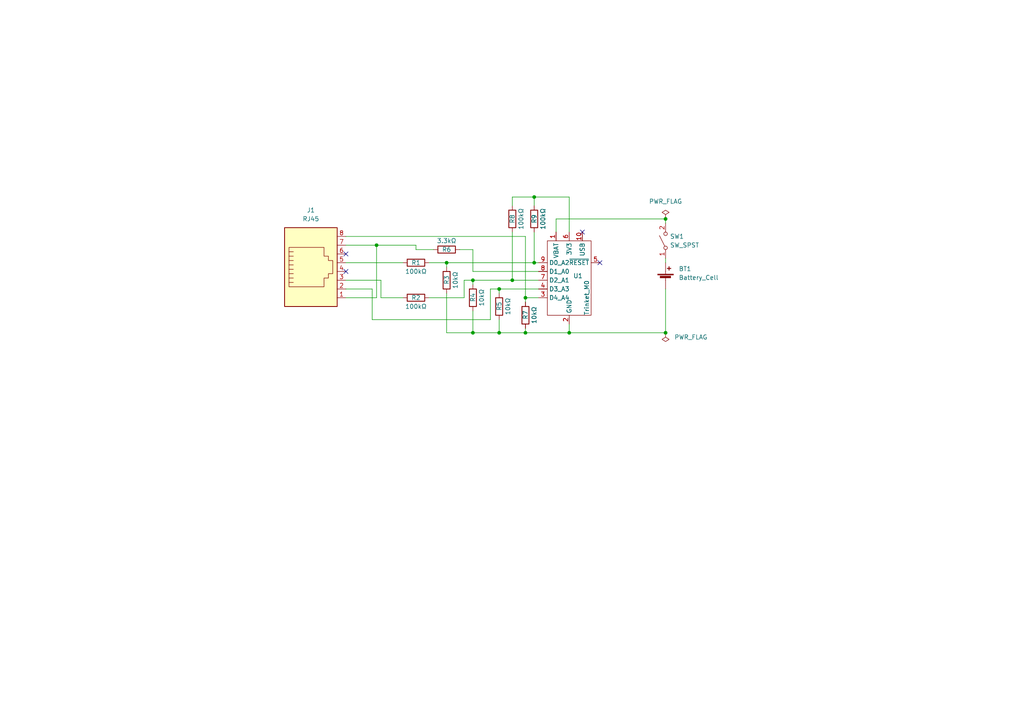
<source format=kicad_sch>
(kicad_sch (version 20211123) (generator eeschema)
  (paper "A4")
  (lib_symbols
    (symbol "Adafruit:Trinket_M0"
      (property "Reference" "U" (at 2.54 2.54 0))
      (property "Value" "Trinket_M0" (at 5.08 -5.08 90))
      (symbol "Trinket_M0_0_1"
        (rectangle (start -6.35 11.43) (end 6.35 -10.16))
      )
      (symbol "Trinket_M0_1_1"
        (pin power_in line (at -3.81 13.97 270) (length 2.54) (name "VBAT") (number "1"))
        (pin power_in line (at 3.81 13.97 270) (length 2.54) (name "USB") (number "10"))
        (pin power_in line (at 0 -12.7 90) (length 2.54) (name "GND") (number "2"))
        (pin bidirectional line (at -8.89 -5.08 0) (length 2.54) (name "D4_A4") (number "3"))
        (pin bidirectional line (at -8.89 -2.54 0) (length 2.54) (name "D3_A3") (number "4"))
        (pin input line (at 8.89 5.08 180) (length 2.54) (name "~{RESET}") (number "5"))
        (pin power_out line (at 0 13.97 270) (length 2.54) (name "3V3") (number "6"))
        (pin bidirectional line (at -8.89 0 0) (length 2.54) (name "D2_A1") (number "7"))
        (pin bidirectional line (at -8.89 2.54 0) (length 2.54) (name "D1_A0") (number "8"))
        (pin bidirectional line (at -8.89 5.08 0) (length 2.54) (name "D0_A2") (number "9"))
      )
    )
    (symbol "Connector:RJ45" (pin_names (offset 1.016))
      (property "Reference" "J" (at -5.08 13.97 0))
      (property "Value" "RJ45" (at 2.54 13.97 0))
      (symbol "RJ45_0_1"
        (polyline (pts (xy -5.08 4.445) (xy -6.35 4.445)))
        (polyline (pts (xy -5.08 5.715) (xy -6.35 5.715)))
        (polyline (pts (xy -6.35 -3.175) (xy -5.08 -3.175) (xy -5.08 -3.175)))
        (polyline (pts (xy -6.35 -1.905) (xy -5.08 -1.905) (xy -5.08 -1.905)))
        (polyline (pts (xy -6.35 -0.635) (xy -5.08 -0.635) (xy -5.08 -0.635)))
        (polyline (pts (xy -6.35 0.635) (xy -5.08 0.635) (xy -5.08 0.635)))
        (polyline (pts (xy -6.35 1.905) (xy -5.08 1.905) (xy -5.08 1.905)))
        (polyline (pts (xy -5.08 3.175) (xy -6.35 3.175) (xy -6.35 3.175)))
        (polyline (pts (xy -6.35 -4.445) (xy -6.35 6.985) (xy 3.81 6.985) (xy 3.81 4.445) (xy 5.08 4.445) (xy 5.08 3.175) (xy 6.35 3.175) (xy 6.35 -0.635) (xy 5.08 -0.635) (xy 5.08 -1.905) (xy 3.81 -1.905) (xy 3.81 -4.445) (xy -6.35 -4.445) (xy -6.35 -4.445)))
        (rectangle (start 7.62 12.7) (end -7.62 -10.16) (stroke (width 0.254)) (fill (type background)))
      )
      (symbol "RJ45_1_1"
        (pin passive line (at 10.16 -7.62 180) (length 2.54) (name "~") (number "1"))
        (pin passive line (at 10.16 -5.08 180) (length 2.54) (name "~") (number "2"))
        (pin passive line (at 10.16 -2.54 180) (length 2.54) (name "~") (number "3"))
        (pin passive line (at 10.16 0 180) (length 2.54) (name "~") (number "4"))
        (pin passive line (at 10.16 2.54 180) (length 2.54) (name "~") (number "5"))
        (pin passive line (at 10.16 5.08 180) (length 2.54) (name "~") (number "6"))
        (pin passive line (at 10.16 7.62 180) (length 2.54) (name "~") (number "7"))
        (pin passive line (at 10.16 10.16 180) (length 2.54) (name "~") (number "8"))
      )
    )
    (symbol "Device:Battery_Cell" (pin_numbers hide) (pin_names (offset 0) hide)
      (property "Reference" "BT" (at 2.54 2.54 0))
      (property "Value" "Battery_Cell" (at 2.54 0 0))
      (symbol "Battery_Cell_0_1"
        (rectangle (start -2.286 1.778) (end 2.286 1.524) (fill (type outline)))
        (rectangle (start -1.5748 1.1938) (end 1.4732 0.6858) (fill (type outline)))
        (polyline (pts (xy 0 0.762) (xy 0 0)))
        (polyline (pts (xy 0 1.778) (xy 0 2.54)))
        (polyline (pts (xy 0.508 3.429) (xy 1.524 3.429)) (stroke (width 0.254)))
        (polyline (pts (xy 1.016 3.937) (xy 1.016 2.921)) (stroke (width 0.254)))
      )
      (symbol "Battery_Cell_1_1"
        (pin passive line (at 0 5.08 270) (length 2.54) (name "+") (number "1"))
        (pin passive line (at 0 -2.54 90) (length 2.54) (name "-") (number "2"))
      )
    )
    (symbol "Device:R" (pin_numbers hide) (pin_names (offset 0))
      (property "Reference" "R" (at 2.032 0 90))
      (property "Value" "R" (at 0 0 90))
      (symbol "R_0_1"
        (rectangle (start -1.016 -2.54) (end 1.016 2.54) (stroke (width 0.254)))
      )
      (symbol "R_1_1"
        (pin passive line (at 0 3.81 270) (length 1.27) (name "~") (number "1"))
        (pin passive line (at 0 -3.81 90) (length 1.27) (name "~") (number "2"))
      )
    )
    (symbol "Switch:SW_SPST" (pin_names (offset 0) hide)
      (property "Reference" "SW" (at 0 3.175 0))
      (property "Value" "SW_SPST" (at 0 -2.54 0))
      (symbol "SW_SPST_0_0"
        (circle (center -2.032 0) (radius 0.508))
        (polyline (pts (xy -1.524 0.254) (xy 1.524 1.778)))
        (circle (center 2.032 0) (radius 0.508))
      )
      (symbol "SW_SPST_1_1"
        (pin passive line (at -5.08 0 0) (length 2.54) (name "A") (number "1"))
        (pin passive line (at 5.08 0 180) (length 2.54) (name "B") (number "2"))
      )
    )
    (symbol "power:PWR_FLAG" (power) (pin_numbers hide) (pin_names (offset 0) hide)
      (property "Value" "PWR_FLAG" (at 0 3.81 0))
      (symbol "PWR_FLAG_0_0"
        (pin power_out line (at 0 0 90) (length 0) (name "pwr") (number "1"))
      )
      (symbol "PWR_FLAG_0_1"
        (polyline (pts (xy 0 0) (xy 0 1.27) (xy -1.016 1.905) (xy 0 2.54) (xy 1.016 1.905) (xy 0 1.27)))
      )
    )
  )
  (junction (at 144.78 96.52))
  (junction (at 129.54 76.2))
  (junction (at 152.4 86.36))
  (junction (at 137.16 96.52))
  (junction (at 193.04 63.5))
  (junction (at 165.1 96.52))
  (junction (at 109.22 71.12))
  (junction (at 154.94 57.15))
  (junction (at 152.4 96.52))
  (junction (at 144.78 83.82))
  (junction (at 154.94 76.2))
  (junction (at 148.59 81.28))
  (junction (at 137.16 81.28))
  (junction (at 193.04 96.52))
  (no_connect (at 168.91 67.31))
  (no_connect (at 100.33 73.66))
  (no_connect (at 100.33 78.74))
  (no_connect (at 173.99 76.2))
  (wire (pts (xy 148.59 81.28) (xy 137.16 81.28)))
  (wire (pts (xy 133.35 72.39) (xy 137.16 72.39)))
  (wire (pts (xy 100.33 68.58) (xy 152.4 68.58)))
  (wire (pts (xy 193.04 96.52) (xy 165.1 96.52)))
  (wire (pts (xy 109.22 86.36) (xy 100.33 86.36)))
  (wire (pts (xy 137.16 78.74) (xy 137.16 72.39)))
  (wire (pts (xy 154.94 76.2) (xy 129.54 76.2)))
  (wire (pts (xy 129.54 96.52) (xy 137.16 96.52)))
  (wire (pts (xy 161.29 67.31) (xy 161.29 63.5)))
  (wire (pts (xy 148.59 57.15) (xy 148.59 59.69)))
  (wire (pts (xy 100.33 76.2) (xy 116.84 76.2)))
  (wire (pts (xy 109.22 71.12) (xy 109.22 86.36)))
  (wire (pts (xy 193.04 74.93) (xy 193.04 76.2)))
  (wire (pts (xy 154.94 57.15) (xy 154.94 59.69)))
  (wire (pts (xy 129.54 85.09) (xy 129.54 96.52)))
  (wire (pts (xy 156.21 78.74) (xy 137.16 78.74)))
  (wire (pts (xy 110.49 81.28) (xy 100.33 81.28)))
  (wire (pts (xy 109.22 71.12) (xy 120.65 71.12)))
  (wire (pts (xy 120.65 72.39) (xy 125.73 72.39)))
  (wire (pts (xy 142.24 92.71) (xy 107.95 92.71)))
  (wire (pts (xy 154.94 67.31) (xy 154.94 76.2)))
  (wire (pts (xy 165.1 96.52) (xy 165.1 93.98)))
  (wire (pts (xy 142.24 83.82) (xy 142.24 92.71)))
  (wire (pts (xy 152.4 96.52) (xy 165.1 96.52)))
  (wire (pts (xy 152.4 95.25) (xy 152.4 96.52)))
  (wire (pts (xy 152.4 86.36) (xy 156.21 86.36)))
  (wire (pts (xy 144.78 96.52) (xy 152.4 96.52)))
  (wire (pts (xy 137.16 81.28) (xy 137.16 82.55)))
  (wire (pts (xy 165.1 67.31) (xy 165.1 57.15)))
  (wire (pts (xy 165.1 57.15) (xy 154.94 57.15)))
  (wire (pts (xy 156.21 81.28) (xy 148.59 81.28)))
  (wire (pts (xy 107.95 92.71) (xy 107.95 83.82)))
  (wire (pts (xy 156.21 76.2) (xy 154.94 76.2)))
  (wire (pts (xy 134.62 81.28) (xy 137.16 81.28)))
  (wire (pts (xy 116.84 86.36) (xy 110.49 86.36)))
  (wire (pts (xy 129.54 76.2) (xy 129.54 77.47)))
  (wire (pts (xy 137.16 90.17) (xy 137.16 96.52)))
  (wire (pts (xy 152.4 68.58) (xy 152.4 86.36)))
  (wire (pts (xy 124.46 86.36) (xy 134.62 86.36)))
  (wire (pts (xy 110.49 86.36) (xy 110.49 81.28)))
  (wire (pts (xy 161.29 63.5) (xy 193.04 63.5)))
  (wire (pts (xy 193.04 63.5) (xy 193.04 64.77)))
  (wire (pts (xy 193.04 83.82) (xy 193.04 96.52)))
  (wire (pts (xy 109.22 71.12) (xy 100.33 71.12)))
  (wire (pts (xy 124.46 76.2) (xy 129.54 76.2)))
  (wire (pts (xy 120.65 71.12) (xy 120.65 72.39)))
  (wire (pts (xy 152.4 87.63) (xy 152.4 86.36)))
  (wire (pts (xy 134.62 86.36) (xy 134.62 81.28)))
  (wire (pts (xy 144.78 83.82) (xy 156.21 83.82)))
  (wire (pts (xy 137.16 96.52) (xy 144.78 96.52)))
  (wire (pts (xy 107.95 83.82) (xy 100.33 83.82)))
  (wire (pts (xy 144.78 92.71) (xy 144.78 96.52)))
  (wire (pts (xy 144.78 85.09) (xy 144.78 83.82)))
  (wire (pts (xy 144.78 83.82) (xy 142.24 83.82)))
  (wire (pts (xy 154.94 57.15) (xy 148.59 57.15)))
  (wire (pts (xy 148.59 67.31) (xy 148.59 81.28)))
  (symbol (lib_id "Device:Battery_Cell") (at 193.04 81.28 0) (unit 1)
    (property "Reference" "BT1" (at 196.85 77.9779 0) (effects (justify left)))
    (property "Value" "Battery_Cell" (at 196.85 80.5179 0) (effects (justify left)))
    (property "Footprint" "Battery Holders Clips and Contacts:AAA_Keystone_2479" (effects hide))
  )
  (symbol (lib_id "Device:R") (at 129.54 72.39 90) (unit 1)
    (property "Reference" "R6" (at 129.54 72.39 90))
    (property "Value" "3.3kΩ" (at 129.54 69.85 90))
    (property "Footprint" "Resistor_THT:R_Axial_DIN0207_L6.3mm_D2.5mm_P10.16mm_Horizontal" (effects hide))
  )
  (symbol (lib_id "Switch:SW_SPST") (at 193.04 69.85 90) (unit 1)
    (property "Reference" "SW1" (at 194.31 68.5799 90) (effects (justify right)))
    (property "Value" "SW_SPST" (at 194.31 71.1199 90) (effects (justify right)))
    (property "Footprint" "Button_Switch_THT:SW_DIP_SPSTx01_Slide_9.78x4.72mm_W7.62mm_P2.54mm" (effects hide))
  )
  (symbol (lib_id "Device:R") (at 154.94 63.5 180) (unit 1)
    (property "Reference" "R9" (at 154.94 63.5 90))
    (property "Value" "100kΩ" (at 157.48 63.5 90))
    (property "Footprint" "Resistor_THT:R_Axial_DIN0207_L6.3mm_D2.5mm_P10.16mm_Horizontal" (effects hide))
  )
  (symbol (lib_id "Device:R") (at 129.54 81.28 0) (unit 1)
    (property "Reference" "R3" (at 129.54 82.55 90) (effects (justify left)))
    (property "Value" "10kΩ" (at 132.08 83.82 90) (effects (justify left)))
    (property "Footprint" "Resistor_THT:R_Axial_DIN0207_L6.3mm_D2.5mm_P10.16mm_Horizontal" (effects hide))
  )
  (symbol (lib_id "Device:R") (at 120.65 86.36 90) (unit 1)
    (property "Reference" "R2" (at 120.65 86.36 90))
    (property "Value" "100kΩ" (at 120.65 88.9 90))
    (property "Footprint" "Resistor_THT:R_Axial_DIN0207_L6.3mm_D2.5mm_P10.16mm_Horizontal" (effects hide))
  )
  (symbol (lib_id "power:PWR_FLAG") (at 193.04 63.5 0) (unit 1)
    (property "Reference" "#FLG0102" (effects hide))
    (property "Value" "PWR_FLAG" (at 193.04 58.42 0))
  )
  (symbol (lib_id "Device:R") (at 148.59 63.5 180) (unit 1)
    (property "Reference" "R8" (at 148.59 63.5 90))
    (property "Value" "100kΩ" (at 151.13 63.5 90))
    (property "Footprint" "Resistor_THT:R_Axial_DIN0207_L6.3mm_D2.5mm_P10.16mm_Horizontal" (effects hide))
  )
  (symbol (lib_id "Connector:RJ45") (at 90.17 78.74 0) (unit 1)
    (property "Reference" "J1" (at 90.17 60.96 0))
    (property "Value" "RJ45" (at 90.17 63.5 0))
    (property "Footprint" "Modular_Connector_Jacks:RJ45_RJSSE-5080" (effects hide))
  )
  (symbol (lib_id "Device:R") (at 137.16 86.36 0) (unit 1)
    (property "Reference" "R4" (at 137.16 87.63 90) (effects (justify left)))
    (property "Value" "10kΩ" (at 139.7 88.9 90) (effects (justify left)))
    (property "Footprint" "Resistor_THT:R_Axial_DIN0207_L6.3mm_D2.5mm_P10.16mm_Horizontal" (effects hide))
  )
  (symbol (lib_id "Device:R") (at 144.78 88.9 0) (unit 1)
    (property "Reference" "R5" (at 144.78 90.17 90) (effects (justify left)))
    (property "Value" "10kΩ" (at 147.32 91.44 90) (effects (justify left)))
    (property "Footprint" "Resistor_THT:R_Axial_DIN0207_L6.3mm_D2.5mm_P10.16mm_Horizontal" (effects hide))
  )
  (symbol (lib_id "power:PWR_FLAG") (at 193.04 96.52 180) (unit 1)
    (property "Reference" "#FLG0101" (effects hide))
    (property "Value" "PWR_FLAG" (at 195.58 97.7899 0) (effects (justify right)))
  )
  (symbol (lib_id "Device:R") (at 120.65 76.2 90) (unit 1)
    (property "Reference" "R1" (at 120.65 76.2 90))
    (property "Value" "100kΩ" (at 120.65 78.74 90))
    (property "Footprint" "Resistor_THT:R_Axial_DIN0207_L6.3mm_D2.5mm_P10.16mm_Horizontal" (effects hide))
  )
  (symbol (lib_id "Device:R") (at 152.4 91.44 0) (unit 1)
    (property "Reference" "R7" (at 152.4 92.71 90) (effects (justify left)))
    (property "Value" "10kΩ" (at 154.94 93.98 90) (effects (justify left)))
    (property "Footprint" "Resistor_THT:R_Axial_DIN0207_L6.3mm_D2.5mm_P10.16mm_Horizontal" (effects hide))
  )
  (symbol (lib_id "Adafruit:Trinket_M0") (at 165.1 81.28 0) (unit 1)
    (property "Reference" "U1" (at 167.64 80.01 0))
    (property "Value" "Trinket_M0" (at 170.18 86.36 90))
    (property "Footprint" "Adafruit:Trinket M0" (effects hide))
  )
)
</source>
